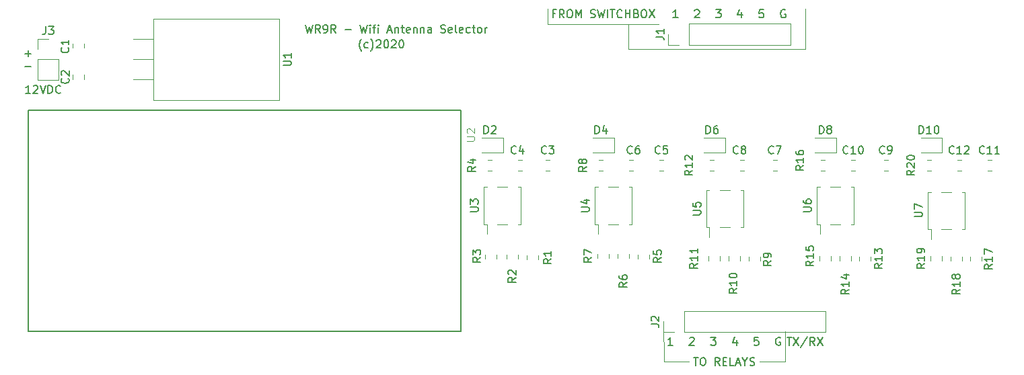
<source format=gbr>
G04 #@! TF.GenerationSoftware,KiCad,Pcbnew,(5.1.5)-3*
G04 #@! TF.CreationDate,2020-08-13T10:07:37-04:00*
G04 #@! TF.ProjectId,WifiAntSwitch,57696669-416e-4745-9377-697463682e6b,A*
G04 #@! TF.SameCoordinates,Original*
G04 #@! TF.FileFunction,Legend,Top*
G04 #@! TF.FilePolarity,Positive*
%FSLAX46Y46*%
G04 Gerber Fmt 4.6, Leading zero omitted, Abs format (unit mm)*
G04 Created by KiCad (PCBNEW (5.1.5)-3) date 2020-08-13 10:07:37*
%MOMM*%
%LPD*%
G04 APERTURE LIST*
%ADD10C,0.150000*%
%ADD11C,0.120000*%
%ADD12C,0.127000*%
%ADD13C,0.015000*%
G04 APERTURE END LIST*
D10*
X84105952Y-91257380D02*
X83534523Y-91257380D01*
X83820238Y-91257380D02*
X83820238Y-90257380D01*
X83725000Y-90400238D01*
X83629761Y-90495476D01*
X83534523Y-90543095D01*
X84486904Y-90352619D02*
X84534523Y-90305000D01*
X84629761Y-90257380D01*
X84867857Y-90257380D01*
X84963095Y-90305000D01*
X85010714Y-90352619D01*
X85058333Y-90447857D01*
X85058333Y-90543095D01*
X85010714Y-90685952D01*
X84439285Y-91257380D01*
X85058333Y-91257380D01*
X85344047Y-90257380D02*
X85677380Y-91257380D01*
X86010714Y-90257380D01*
X86344047Y-91257380D02*
X86344047Y-90257380D01*
X86582142Y-90257380D01*
X86725000Y-90305000D01*
X86820238Y-90400238D01*
X86867857Y-90495476D01*
X86915476Y-90685952D01*
X86915476Y-90828809D01*
X86867857Y-91019285D01*
X86820238Y-91114523D01*
X86725000Y-91209761D01*
X86582142Y-91257380D01*
X86344047Y-91257380D01*
X87915476Y-91162142D02*
X87867857Y-91209761D01*
X87725000Y-91257380D01*
X87629761Y-91257380D01*
X87486904Y-91209761D01*
X87391666Y-91114523D01*
X87344047Y-91019285D01*
X87296428Y-90828809D01*
X87296428Y-90685952D01*
X87344047Y-90495476D01*
X87391666Y-90400238D01*
X87486904Y-90305000D01*
X87629761Y-90257380D01*
X87725000Y-90257380D01*
X87867857Y-90305000D01*
X87915476Y-90352619D01*
X83439047Y-86241428D02*
X84200952Y-86241428D01*
X83820000Y-86622380D02*
X83820000Y-85860476D01*
X83439047Y-87891428D02*
X84200952Y-87891428D01*
D11*
X149225000Y-82550000D02*
X149225000Y-80645000D01*
X150495000Y-82550000D02*
X149225000Y-82550000D01*
X150495000Y-82550000D02*
X163195000Y-82550000D01*
X181610000Y-85725000D02*
X181610000Y-80645000D01*
X159385000Y-85725000D02*
X181610000Y-85725000D01*
X159385000Y-82550000D02*
X159385000Y-85725000D01*
D10*
X150186190Y-81208571D02*
X149852857Y-81208571D01*
X149852857Y-81732380D02*
X149852857Y-80732380D01*
X150329047Y-80732380D01*
X151281428Y-81732380D02*
X150948095Y-81256190D01*
X150710000Y-81732380D02*
X150710000Y-80732380D01*
X151090952Y-80732380D01*
X151186190Y-80780000D01*
X151233809Y-80827619D01*
X151281428Y-80922857D01*
X151281428Y-81065714D01*
X151233809Y-81160952D01*
X151186190Y-81208571D01*
X151090952Y-81256190D01*
X150710000Y-81256190D01*
X151900476Y-80732380D02*
X152090952Y-80732380D01*
X152186190Y-80780000D01*
X152281428Y-80875238D01*
X152329047Y-81065714D01*
X152329047Y-81399047D01*
X152281428Y-81589523D01*
X152186190Y-81684761D01*
X152090952Y-81732380D01*
X151900476Y-81732380D01*
X151805238Y-81684761D01*
X151710000Y-81589523D01*
X151662380Y-81399047D01*
X151662380Y-81065714D01*
X151710000Y-80875238D01*
X151805238Y-80780000D01*
X151900476Y-80732380D01*
X152757619Y-81732380D02*
X152757619Y-80732380D01*
X153090952Y-81446666D01*
X153424285Y-80732380D01*
X153424285Y-81732380D01*
X154614761Y-81684761D02*
X154757619Y-81732380D01*
X154995714Y-81732380D01*
X155090952Y-81684761D01*
X155138571Y-81637142D01*
X155186190Y-81541904D01*
X155186190Y-81446666D01*
X155138571Y-81351428D01*
X155090952Y-81303809D01*
X154995714Y-81256190D01*
X154805238Y-81208571D01*
X154710000Y-81160952D01*
X154662380Y-81113333D01*
X154614761Y-81018095D01*
X154614761Y-80922857D01*
X154662380Y-80827619D01*
X154710000Y-80780000D01*
X154805238Y-80732380D01*
X155043333Y-80732380D01*
X155186190Y-80780000D01*
X155519523Y-80732380D02*
X155757619Y-81732380D01*
X155948095Y-81018095D01*
X156138571Y-81732380D01*
X156376666Y-80732380D01*
X156757619Y-81732380D02*
X156757619Y-80732380D01*
X157090952Y-80732380D02*
X157662380Y-80732380D01*
X157376666Y-81732380D02*
X157376666Y-80732380D01*
X158567142Y-81637142D02*
X158519523Y-81684761D01*
X158376666Y-81732380D01*
X158281428Y-81732380D01*
X158138571Y-81684761D01*
X158043333Y-81589523D01*
X157995714Y-81494285D01*
X157948095Y-81303809D01*
X157948095Y-81160952D01*
X157995714Y-80970476D01*
X158043333Y-80875238D01*
X158138571Y-80780000D01*
X158281428Y-80732380D01*
X158376666Y-80732380D01*
X158519523Y-80780000D01*
X158567142Y-80827619D01*
X158995714Y-81732380D02*
X158995714Y-80732380D01*
X158995714Y-81208571D02*
X159567142Y-81208571D01*
X159567142Y-81732380D02*
X159567142Y-80732380D01*
X160376666Y-81208571D02*
X160519523Y-81256190D01*
X160567142Y-81303809D01*
X160614761Y-81399047D01*
X160614761Y-81541904D01*
X160567142Y-81637142D01*
X160519523Y-81684761D01*
X160424285Y-81732380D01*
X160043333Y-81732380D01*
X160043333Y-80732380D01*
X160376666Y-80732380D01*
X160471904Y-80780000D01*
X160519523Y-80827619D01*
X160567142Y-80922857D01*
X160567142Y-81018095D01*
X160519523Y-81113333D01*
X160471904Y-81160952D01*
X160376666Y-81208571D01*
X160043333Y-81208571D01*
X161233809Y-80732380D02*
X161424285Y-80732380D01*
X161519523Y-80780000D01*
X161614761Y-80875238D01*
X161662380Y-81065714D01*
X161662380Y-81399047D01*
X161614761Y-81589523D01*
X161519523Y-81684761D01*
X161424285Y-81732380D01*
X161233809Y-81732380D01*
X161138571Y-81684761D01*
X161043333Y-81589523D01*
X160995714Y-81399047D01*
X160995714Y-81065714D01*
X161043333Y-80875238D01*
X161138571Y-80780000D01*
X161233809Y-80732380D01*
X161995714Y-80732380D02*
X162662380Y-81732380D01*
X162662380Y-80732380D02*
X161995714Y-81732380D01*
D11*
X163830000Y-123825000D02*
X163770000Y-121345000D01*
X179070000Y-125095000D02*
X179070000Y-121285000D01*
X175895000Y-125095000D02*
X179070000Y-125095000D01*
X163830000Y-125095000D02*
X167005000Y-125095000D01*
X163830000Y-123825000D02*
X163830000Y-125095000D01*
D10*
X167569047Y-124547380D02*
X168140476Y-124547380D01*
X167854761Y-125547380D02*
X167854761Y-124547380D01*
X168664285Y-124547380D02*
X168854761Y-124547380D01*
X168950000Y-124595000D01*
X169045238Y-124690238D01*
X169092857Y-124880714D01*
X169092857Y-125214047D01*
X169045238Y-125404523D01*
X168950000Y-125499761D01*
X168854761Y-125547380D01*
X168664285Y-125547380D01*
X168569047Y-125499761D01*
X168473809Y-125404523D01*
X168426190Y-125214047D01*
X168426190Y-124880714D01*
X168473809Y-124690238D01*
X168569047Y-124595000D01*
X168664285Y-124547380D01*
X170854761Y-125547380D02*
X170521428Y-125071190D01*
X170283333Y-125547380D02*
X170283333Y-124547380D01*
X170664285Y-124547380D01*
X170759523Y-124595000D01*
X170807142Y-124642619D01*
X170854761Y-124737857D01*
X170854761Y-124880714D01*
X170807142Y-124975952D01*
X170759523Y-125023571D01*
X170664285Y-125071190D01*
X170283333Y-125071190D01*
X171283333Y-125023571D02*
X171616666Y-125023571D01*
X171759523Y-125547380D02*
X171283333Y-125547380D01*
X171283333Y-124547380D01*
X171759523Y-124547380D01*
X172664285Y-125547380D02*
X172188095Y-125547380D01*
X172188095Y-124547380D01*
X172950000Y-125261666D02*
X173426190Y-125261666D01*
X172854761Y-125547380D02*
X173188095Y-124547380D01*
X173521428Y-125547380D01*
X174045238Y-125071190D02*
X174045238Y-125547380D01*
X173711904Y-124547380D02*
X174045238Y-125071190D01*
X174378571Y-124547380D01*
X174664285Y-125499761D02*
X174807142Y-125547380D01*
X175045238Y-125547380D01*
X175140476Y-125499761D01*
X175188095Y-125452142D01*
X175235714Y-125356904D01*
X175235714Y-125261666D01*
X175188095Y-125166428D01*
X175140476Y-125118809D01*
X175045238Y-125071190D01*
X174854761Y-125023571D01*
X174759523Y-124975952D01*
X174711904Y-124928333D01*
X174664285Y-124833095D01*
X174664285Y-124737857D01*
X174711904Y-124642619D01*
X174759523Y-124595000D01*
X174854761Y-124547380D01*
X175092857Y-124547380D01*
X175235714Y-124595000D01*
X179348095Y-122007380D02*
X179919523Y-122007380D01*
X179633809Y-123007380D02*
X179633809Y-122007380D01*
X180157619Y-122007380D02*
X180824285Y-123007380D01*
X180824285Y-122007380D02*
X180157619Y-123007380D01*
X181919523Y-121959761D02*
X181062380Y-123245476D01*
X182824285Y-123007380D02*
X182490952Y-122531190D01*
X182252857Y-123007380D02*
X182252857Y-122007380D01*
X182633809Y-122007380D01*
X182729047Y-122055000D01*
X182776666Y-122102619D01*
X182824285Y-122197857D01*
X182824285Y-122340714D01*
X182776666Y-122435952D01*
X182729047Y-122483571D01*
X182633809Y-122531190D01*
X182252857Y-122531190D01*
X183157619Y-122007380D02*
X183824285Y-123007380D01*
X183824285Y-122007380D02*
X183157619Y-123007380D01*
X164974814Y-123007380D02*
X164350700Y-123007380D01*
X164662757Y-123007380D02*
X164662757Y-122007380D01*
X164558738Y-122150238D01*
X164454719Y-122245476D01*
X164350700Y-122293095D01*
X167055195Y-122102619D02*
X167107204Y-122055000D01*
X167211223Y-122007380D01*
X167471271Y-122007380D01*
X167575290Y-122055000D01*
X167627300Y-122102619D01*
X167679309Y-122197857D01*
X167679309Y-122293095D01*
X167627300Y-122435952D01*
X167003185Y-123007380D01*
X167679309Y-123007380D01*
X169707680Y-122007380D02*
X170383804Y-122007380D01*
X170019738Y-122388333D01*
X170175766Y-122388333D01*
X170279785Y-122435952D01*
X170331795Y-122483571D01*
X170383804Y-122578809D01*
X170383804Y-122816904D01*
X170331795Y-122912142D01*
X170279785Y-122959761D01*
X170175766Y-123007380D01*
X169863709Y-123007380D01*
X169759690Y-122959761D01*
X169707680Y-122912142D01*
X172984280Y-122340714D02*
X172984280Y-123007380D01*
X172724233Y-121959761D02*
X172464185Y-122674047D01*
X173140309Y-122674047D01*
X175740785Y-122007380D02*
X175220690Y-122007380D01*
X175168680Y-122483571D01*
X175220690Y-122435952D01*
X175324709Y-122388333D01*
X175584757Y-122388333D01*
X175688776Y-122435952D01*
X175740785Y-122483571D01*
X175792795Y-122578809D01*
X175792795Y-122816904D01*
X175740785Y-122912142D01*
X175688776Y-122959761D01*
X175584757Y-123007380D01*
X175324709Y-123007380D01*
X175220690Y-122959761D01*
X175168680Y-122912142D01*
X178497290Y-122055000D02*
X178393271Y-122007380D01*
X178237242Y-122007380D01*
X178081214Y-122055000D01*
X177977195Y-122150238D01*
X177925185Y-122245476D01*
X177873176Y-122435952D01*
X177873176Y-122578809D01*
X177925185Y-122769285D01*
X177977195Y-122864523D01*
X178081214Y-122959761D01*
X178237242Y-123007380D01*
X178341261Y-123007380D01*
X178497290Y-122959761D01*
X178549300Y-122912142D01*
X178549300Y-122578809D01*
X178341261Y-122578809D01*
X165609814Y-81732380D02*
X164985700Y-81732380D01*
X165297757Y-81732380D02*
X165297757Y-80732380D01*
X165193738Y-80875238D01*
X165089719Y-80970476D01*
X164985700Y-81018095D01*
X167690195Y-80827619D02*
X167742204Y-80780000D01*
X167846223Y-80732380D01*
X168106271Y-80732380D01*
X168210290Y-80780000D01*
X168262300Y-80827619D01*
X168314309Y-80922857D01*
X168314309Y-81018095D01*
X168262300Y-81160952D01*
X167638185Y-81732380D01*
X168314309Y-81732380D01*
X170342680Y-80732380D02*
X171018804Y-80732380D01*
X170654738Y-81113333D01*
X170810766Y-81113333D01*
X170914785Y-81160952D01*
X170966795Y-81208571D01*
X171018804Y-81303809D01*
X171018804Y-81541904D01*
X170966795Y-81637142D01*
X170914785Y-81684761D01*
X170810766Y-81732380D01*
X170498709Y-81732380D01*
X170394690Y-81684761D01*
X170342680Y-81637142D01*
X173619280Y-81065714D02*
X173619280Y-81732380D01*
X173359233Y-80684761D02*
X173099185Y-81399047D01*
X173775309Y-81399047D01*
X176375785Y-80732380D02*
X175855690Y-80732380D01*
X175803680Y-81208571D01*
X175855690Y-81160952D01*
X175959709Y-81113333D01*
X176219757Y-81113333D01*
X176323776Y-81160952D01*
X176375785Y-81208571D01*
X176427795Y-81303809D01*
X176427795Y-81541904D01*
X176375785Y-81637142D01*
X176323776Y-81684761D01*
X176219757Y-81732380D01*
X175959709Y-81732380D01*
X175855690Y-81684761D01*
X175803680Y-81637142D01*
X179132290Y-80780000D02*
X179028271Y-80732380D01*
X178872242Y-80732380D01*
X178716214Y-80780000D01*
X178612195Y-80875238D01*
X178560185Y-80970476D01*
X178508176Y-81160952D01*
X178508176Y-81303809D01*
X178560185Y-81494285D01*
X178612195Y-81589523D01*
X178716214Y-81684761D01*
X178872242Y-81732380D01*
X178976261Y-81732380D01*
X179132290Y-81684761D01*
X179184300Y-81637142D01*
X179184300Y-81303809D01*
X178976261Y-81303809D01*
X125793809Y-85923333D02*
X125746190Y-85875714D01*
X125650952Y-85732857D01*
X125603333Y-85637619D01*
X125555714Y-85494761D01*
X125508095Y-85256666D01*
X125508095Y-85066190D01*
X125555714Y-84828095D01*
X125603333Y-84685238D01*
X125650952Y-84590000D01*
X125746190Y-84447142D01*
X125793809Y-84399523D01*
X126603333Y-85494761D02*
X126508095Y-85542380D01*
X126317619Y-85542380D01*
X126222380Y-85494761D01*
X126174761Y-85447142D01*
X126127142Y-85351904D01*
X126127142Y-85066190D01*
X126174761Y-84970952D01*
X126222380Y-84923333D01*
X126317619Y-84875714D01*
X126508095Y-84875714D01*
X126603333Y-84923333D01*
X126936666Y-85923333D02*
X126984285Y-85875714D01*
X127079523Y-85732857D01*
X127127142Y-85637619D01*
X127174761Y-85494761D01*
X127222380Y-85256666D01*
X127222380Y-85066190D01*
X127174761Y-84828095D01*
X127127142Y-84685238D01*
X127079523Y-84590000D01*
X126984285Y-84447142D01*
X126936666Y-84399523D01*
X127650952Y-84637619D02*
X127698571Y-84590000D01*
X127793809Y-84542380D01*
X128031904Y-84542380D01*
X128127142Y-84590000D01*
X128174761Y-84637619D01*
X128222380Y-84732857D01*
X128222380Y-84828095D01*
X128174761Y-84970952D01*
X127603333Y-85542380D01*
X128222380Y-85542380D01*
X128841428Y-84542380D02*
X128936666Y-84542380D01*
X129031904Y-84590000D01*
X129079523Y-84637619D01*
X129127142Y-84732857D01*
X129174761Y-84923333D01*
X129174761Y-85161428D01*
X129127142Y-85351904D01*
X129079523Y-85447142D01*
X129031904Y-85494761D01*
X128936666Y-85542380D01*
X128841428Y-85542380D01*
X128746190Y-85494761D01*
X128698571Y-85447142D01*
X128650952Y-85351904D01*
X128603333Y-85161428D01*
X128603333Y-84923333D01*
X128650952Y-84732857D01*
X128698571Y-84637619D01*
X128746190Y-84590000D01*
X128841428Y-84542380D01*
X129555714Y-84637619D02*
X129603333Y-84590000D01*
X129698571Y-84542380D01*
X129936666Y-84542380D01*
X130031904Y-84590000D01*
X130079523Y-84637619D01*
X130127142Y-84732857D01*
X130127142Y-84828095D01*
X130079523Y-84970952D01*
X129508095Y-85542380D01*
X130127142Y-85542380D01*
X130746190Y-84542380D02*
X130841428Y-84542380D01*
X130936666Y-84590000D01*
X130984285Y-84637619D01*
X131031904Y-84732857D01*
X131079523Y-84923333D01*
X131079523Y-85161428D01*
X131031904Y-85351904D01*
X130984285Y-85447142D01*
X130936666Y-85494761D01*
X130841428Y-85542380D01*
X130746190Y-85542380D01*
X130650952Y-85494761D01*
X130603333Y-85447142D01*
X130555714Y-85351904D01*
X130508095Y-85161428D01*
X130508095Y-84923333D01*
X130555714Y-84732857D01*
X130603333Y-84637619D01*
X130650952Y-84590000D01*
X130746190Y-84542380D01*
X118770238Y-82637380D02*
X119008333Y-83637380D01*
X119198809Y-82923095D01*
X119389285Y-83637380D01*
X119627380Y-82637380D01*
X120579761Y-83637380D02*
X120246428Y-83161190D01*
X120008333Y-83637380D02*
X120008333Y-82637380D01*
X120389285Y-82637380D01*
X120484523Y-82685000D01*
X120532142Y-82732619D01*
X120579761Y-82827857D01*
X120579761Y-82970714D01*
X120532142Y-83065952D01*
X120484523Y-83113571D01*
X120389285Y-83161190D01*
X120008333Y-83161190D01*
X121055952Y-83637380D02*
X121246428Y-83637380D01*
X121341666Y-83589761D01*
X121389285Y-83542142D01*
X121484523Y-83399285D01*
X121532142Y-83208809D01*
X121532142Y-82827857D01*
X121484523Y-82732619D01*
X121436904Y-82685000D01*
X121341666Y-82637380D01*
X121151190Y-82637380D01*
X121055952Y-82685000D01*
X121008333Y-82732619D01*
X120960714Y-82827857D01*
X120960714Y-83065952D01*
X121008333Y-83161190D01*
X121055952Y-83208809D01*
X121151190Y-83256428D01*
X121341666Y-83256428D01*
X121436904Y-83208809D01*
X121484523Y-83161190D01*
X121532142Y-83065952D01*
X122532142Y-83637380D02*
X122198809Y-83161190D01*
X121960714Y-83637380D02*
X121960714Y-82637380D01*
X122341666Y-82637380D01*
X122436904Y-82685000D01*
X122484523Y-82732619D01*
X122532142Y-82827857D01*
X122532142Y-82970714D01*
X122484523Y-83065952D01*
X122436904Y-83113571D01*
X122341666Y-83161190D01*
X121960714Y-83161190D01*
X123722619Y-83256428D02*
X124484523Y-83256428D01*
X125627380Y-82637380D02*
X125865476Y-83637380D01*
X126055952Y-82923095D01*
X126246428Y-83637380D01*
X126484523Y-82637380D01*
X126865476Y-83637380D02*
X126865476Y-82970714D01*
X126865476Y-82637380D02*
X126817857Y-82685000D01*
X126865476Y-82732619D01*
X126913095Y-82685000D01*
X126865476Y-82637380D01*
X126865476Y-82732619D01*
X127198809Y-82970714D02*
X127579761Y-82970714D01*
X127341666Y-83637380D02*
X127341666Y-82780238D01*
X127389285Y-82685000D01*
X127484523Y-82637380D01*
X127579761Y-82637380D01*
X127913095Y-83637380D02*
X127913095Y-82970714D01*
X127913095Y-82637380D02*
X127865476Y-82685000D01*
X127913095Y-82732619D01*
X127960714Y-82685000D01*
X127913095Y-82637380D01*
X127913095Y-82732619D01*
X129103571Y-83351666D02*
X129579761Y-83351666D01*
X129008333Y-83637380D02*
X129341666Y-82637380D01*
X129675000Y-83637380D01*
X130008333Y-82970714D02*
X130008333Y-83637380D01*
X130008333Y-83065952D02*
X130055952Y-83018333D01*
X130151190Y-82970714D01*
X130294047Y-82970714D01*
X130389285Y-83018333D01*
X130436904Y-83113571D01*
X130436904Y-83637380D01*
X130770238Y-82970714D02*
X131151190Y-82970714D01*
X130913095Y-82637380D02*
X130913095Y-83494523D01*
X130960714Y-83589761D01*
X131055952Y-83637380D01*
X131151190Y-83637380D01*
X131865476Y-83589761D02*
X131770238Y-83637380D01*
X131579761Y-83637380D01*
X131484523Y-83589761D01*
X131436904Y-83494523D01*
X131436904Y-83113571D01*
X131484523Y-83018333D01*
X131579761Y-82970714D01*
X131770238Y-82970714D01*
X131865476Y-83018333D01*
X131913095Y-83113571D01*
X131913095Y-83208809D01*
X131436904Y-83304047D01*
X132341666Y-82970714D02*
X132341666Y-83637380D01*
X132341666Y-83065952D02*
X132389285Y-83018333D01*
X132484523Y-82970714D01*
X132627380Y-82970714D01*
X132722619Y-83018333D01*
X132770238Y-83113571D01*
X132770238Y-83637380D01*
X133246428Y-82970714D02*
X133246428Y-83637380D01*
X133246428Y-83065952D02*
X133294047Y-83018333D01*
X133389285Y-82970714D01*
X133532142Y-82970714D01*
X133627380Y-83018333D01*
X133675000Y-83113571D01*
X133675000Y-83637380D01*
X134579761Y-83637380D02*
X134579761Y-83113571D01*
X134532142Y-83018333D01*
X134436904Y-82970714D01*
X134246428Y-82970714D01*
X134151190Y-83018333D01*
X134579761Y-83589761D02*
X134484523Y-83637380D01*
X134246428Y-83637380D01*
X134151190Y-83589761D01*
X134103571Y-83494523D01*
X134103571Y-83399285D01*
X134151190Y-83304047D01*
X134246428Y-83256428D01*
X134484523Y-83256428D01*
X134579761Y-83208809D01*
X135770238Y-83589761D02*
X135913095Y-83637380D01*
X136151190Y-83637380D01*
X136246428Y-83589761D01*
X136294047Y-83542142D01*
X136341666Y-83446904D01*
X136341666Y-83351666D01*
X136294047Y-83256428D01*
X136246428Y-83208809D01*
X136151190Y-83161190D01*
X135960714Y-83113571D01*
X135865476Y-83065952D01*
X135817857Y-83018333D01*
X135770238Y-82923095D01*
X135770238Y-82827857D01*
X135817857Y-82732619D01*
X135865476Y-82685000D01*
X135960714Y-82637380D01*
X136198809Y-82637380D01*
X136341666Y-82685000D01*
X137151190Y-83589761D02*
X137055952Y-83637380D01*
X136865476Y-83637380D01*
X136770238Y-83589761D01*
X136722619Y-83494523D01*
X136722619Y-83113571D01*
X136770238Y-83018333D01*
X136865476Y-82970714D01*
X137055952Y-82970714D01*
X137151190Y-83018333D01*
X137198809Y-83113571D01*
X137198809Y-83208809D01*
X136722619Y-83304047D01*
X137770238Y-83637380D02*
X137675000Y-83589761D01*
X137627380Y-83494523D01*
X137627380Y-82637380D01*
X138532142Y-83589761D02*
X138436904Y-83637380D01*
X138246428Y-83637380D01*
X138151190Y-83589761D01*
X138103571Y-83494523D01*
X138103571Y-83113571D01*
X138151190Y-83018333D01*
X138246428Y-82970714D01*
X138436904Y-82970714D01*
X138532142Y-83018333D01*
X138579761Y-83113571D01*
X138579761Y-83208809D01*
X138103571Y-83304047D01*
X139436904Y-83589761D02*
X139341666Y-83637380D01*
X139151190Y-83637380D01*
X139055952Y-83589761D01*
X139008333Y-83542142D01*
X138960714Y-83446904D01*
X138960714Y-83161190D01*
X139008333Y-83065952D01*
X139055952Y-83018333D01*
X139151190Y-82970714D01*
X139341666Y-82970714D01*
X139436904Y-83018333D01*
X139722619Y-82970714D02*
X140103571Y-82970714D01*
X139865476Y-82637380D02*
X139865476Y-83494523D01*
X139913095Y-83589761D01*
X140008333Y-83637380D01*
X140103571Y-83637380D01*
X140579761Y-83637380D02*
X140484523Y-83589761D01*
X140436904Y-83542142D01*
X140389285Y-83446904D01*
X140389285Y-83161190D01*
X140436904Y-83065952D01*
X140484523Y-83018333D01*
X140579761Y-82970714D01*
X140722619Y-82970714D01*
X140817857Y-83018333D01*
X140865476Y-83065952D01*
X140913095Y-83161190D01*
X140913095Y-83446904D01*
X140865476Y-83542142D01*
X140817857Y-83589761D01*
X140722619Y-83637380D01*
X140579761Y-83637380D01*
X141341666Y-83637380D02*
X141341666Y-82970714D01*
X141341666Y-83161190D02*
X141389285Y-83065952D01*
X141436904Y-83018333D01*
X141532142Y-82970714D01*
X141627380Y-82970714D01*
D12*
X83875000Y-121265000D02*
X83875000Y-93365000D01*
X138275000Y-121265000D02*
X83875000Y-121265000D01*
X138275000Y-93365000D02*
X138275000Y-121265000D01*
X83875000Y-93365000D02*
X138275000Y-93365000D01*
D11*
X85030000Y-84395000D02*
X86360000Y-84395000D01*
X85030000Y-85725000D02*
X85030000Y-84395000D01*
X85030000Y-86995000D02*
X87690000Y-86995000D01*
X87690000Y-86995000D02*
X87690000Y-89595000D01*
X85030000Y-86995000D02*
X85030000Y-89595000D01*
X85030000Y-89595000D02*
X87690000Y-89595000D01*
X99575000Y-89535000D02*
X97035000Y-89535000D01*
X99575000Y-86995000D02*
X97035000Y-86995000D01*
X99575000Y-84455000D02*
X97035000Y-84455000D01*
X115465000Y-92115000D02*
X99575000Y-92115000D01*
X115465000Y-81875000D02*
X99575000Y-81875000D01*
X115465000Y-81875000D02*
X115465000Y-92115000D01*
X99575000Y-81875000D02*
X99575000Y-92115000D01*
X200010000Y-103695000D02*
X198770000Y-103695000D01*
X200010000Y-108395000D02*
X198770000Y-108395000D01*
X197440000Y-108395000D02*
X197090000Y-108395000D01*
X197090000Y-108395000D02*
X197090000Y-103695000D01*
X197090000Y-103695000D02*
X197440000Y-103695000D01*
X197440000Y-108395000D02*
X197440000Y-109645000D01*
X201340000Y-108395000D02*
X201690000Y-108395000D01*
X201690000Y-108395000D02*
X201690000Y-103695000D01*
X201690000Y-103695000D02*
X201340000Y-103695000D01*
X186040000Y-103060000D02*
X184800000Y-103060000D01*
X186040000Y-107760000D02*
X184800000Y-107760000D01*
X183470000Y-107760000D02*
X183120000Y-107760000D01*
X183120000Y-107760000D02*
X183120000Y-103060000D01*
X183120000Y-103060000D02*
X183470000Y-103060000D01*
X183470000Y-107760000D02*
X183470000Y-109010000D01*
X187370000Y-107760000D02*
X187720000Y-107760000D01*
X187720000Y-107760000D02*
X187720000Y-103060000D01*
X187720000Y-103060000D02*
X187370000Y-103060000D01*
X172145000Y-103445000D02*
X170905000Y-103445000D01*
X172145000Y-108145000D02*
X170905000Y-108145000D01*
X169575000Y-108145000D02*
X169225000Y-108145000D01*
X169225000Y-108145000D02*
X169225000Y-103445000D01*
X169225000Y-103445000D02*
X169575000Y-103445000D01*
X169575000Y-108145000D02*
X169575000Y-109395000D01*
X173475000Y-108145000D02*
X173825000Y-108145000D01*
X173825000Y-108145000D02*
X173825000Y-103445000D01*
X173825000Y-103445000D02*
X173475000Y-103445000D01*
X158100000Y-103060000D02*
X156860000Y-103060000D01*
X158100000Y-107760000D02*
X156860000Y-107760000D01*
X155530000Y-107760000D02*
X155180000Y-107760000D01*
X155180000Y-107760000D02*
X155180000Y-103060000D01*
X155180000Y-103060000D02*
X155530000Y-103060000D01*
X155530000Y-107760000D02*
X155530000Y-109010000D01*
X159430000Y-107760000D02*
X159780000Y-107760000D01*
X159780000Y-107760000D02*
X159780000Y-103060000D01*
X159780000Y-103060000D02*
X159430000Y-103060000D01*
X144130000Y-103060000D02*
X142890000Y-103060000D01*
X144130000Y-107760000D02*
X142890000Y-107760000D01*
X141560000Y-107760000D02*
X141210000Y-107760000D01*
X141210000Y-107760000D02*
X141210000Y-103060000D01*
X141210000Y-103060000D02*
X141560000Y-103060000D01*
X141560000Y-107760000D02*
X141560000Y-109010000D01*
X145460000Y-107760000D02*
X145810000Y-107760000D01*
X145810000Y-107760000D02*
X145810000Y-103060000D01*
X145810000Y-103060000D02*
X145460000Y-103060000D01*
X197441078Y-99620000D02*
X196923922Y-99620000D01*
X197441078Y-101040000D02*
X196923922Y-101040000D01*
X197410000Y-111803922D02*
X197410000Y-112321078D01*
X198830000Y-111803922D02*
X198830000Y-112321078D01*
X201370000Y-112351078D02*
X201370000Y-111833922D01*
X199950000Y-112351078D02*
X199950000Y-111833922D01*
X203783000Y-112351078D02*
X203783000Y-111833922D01*
X202363000Y-112351078D02*
X202363000Y-111833922D01*
X184076078Y-99620000D02*
X183558922Y-99620000D01*
X184076078Y-101040000D02*
X183558922Y-101040000D01*
X183440000Y-111803922D02*
X183440000Y-112321078D01*
X184860000Y-111803922D02*
X184860000Y-112321078D01*
X187400000Y-112321078D02*
X187400000Y-111803922D01*
X185980000Y-112321078D02*
X185980000Y-111803922D01*
X189813000Y-112351078D02*
X189813000Y-111833922D01*
X188393000Y-112351078D02*
X188393000Y-111833922D01*
X170106078Y-99620000D02*
X169588922Y-99620000D01*
X170106078Y-101040000D02*
X169588922Y-101040000D01*
X169470000Y-111803922D02*
X169470000Y-112321078D01*
X170890000Y-111803922D02*
X170890000Y-112321078D01*
X173430000Y-112321078D02*
X173430000Y-111803922D01*
X172010000Y-112321078D02*
X172010000Y-111803922D01*
X175970000Y-112351078D02*
X175970000Y-111833922D01*
X174550000Y-112351078D02*
X174550000Y-111833922D01*
X156166078Y-99620000D02*
X155648922Y-99620000D01*
X156166078Y-101040000D02*
X155648922Y-101040000D01*
X155500000Y-111501422D02*
X155500000Y-112018578D01*
X156920000Y-111501422D02*
X156920000Y-112018578D01*
X159460000Y-112018578D02*
X159460000Y-111501422D01*
X158040000Y-112018578D02*
X158040000Y-111501422D01*
X162000000Y-112097078D02*
X162000000Y-111579922D01*
X160580000Y-112097078D02*
X160580000Y-111579922D01*
X142196078Y-99620000D02*
X141678922Y-99620000D01*
X142196078Y-101040000D02*
X141678922Y-101040000D01*
X141375000Y-111586422D02*
X141375000Y-112103578D01*
X142795000Y-111586422D02*
X142795000Y-112103578D01*
X145490000Y-112103578D02*
X145490000Y-111586422D01*
X144070000Y-112103578D02*
X144070000Y-111586422D01*
X148030000Y-112194078D02*
X148030000Y-111676922D01*
X146610000Y-112194078D02*
X146610000Y-111676922D01*
X163770000Y-121345000D02*
X163770000Y-120015000D01*
X165100000Y-121345000D02*
X163770000Y-121345000D01*
X166370000Y-121345000D02*
X166370000Y-118685000D01*
X166370000Y-118685000D02*
X184210000Y-118685000D01*
X166370000Y-121345000D02*
X184210000Y-121345000D01*
X184210000Y-121345000D02*
X184210000Y-118685000D01*
X164405000Y-85150000D02*
X164405000Y-83820000D01*
X165735000Y-85150000D02*
X164405000Y-85150000D01*
X167005000Y-85150000D02*
X167005000Y-82490000D01*
X167005000Y-82490000D02*
X179765000Y-82490000D01*
X167005000Y-85150000D02*
X179765000Y-85150000D01*
X179765000Y-85150000D02*
X179765000Y-82490000D01*
X198867500Y-96830000D02*
X196182500Y-96830000D01*
X198867500Y-98750000D02*
X198867500Y-96830000D01*
X196182500Y-98750000D02*
X198867500Y-98750000D01*
X185532500Y-96830000D02*
X182847500Y-96830000D01*
X185532500Y-98750000D02*
X185532500Y-96830000D01*
X182847500Y-98750000D02*
X185532500Y-98750000D01*
X171562500Y-96830000D02*
X168877500Y-96830000D01*
X171562500Y-98750000D02*
X171562500Y-96830000D01*
X168877500Y-98750000D02*
X171562500Y-98750000D01*
X157592500Y-96830000D02*
X154907500Y-96830000D01*
X157592500Y-98750000D02*
X157592500Y-96830000D01*
X154907500Y-98750000D02*
X157592500Y-98750000D01*
X143622500Y-96830000D02*
X140937500Y-96830000D01*
X143622500Y-98750000D02*
X143622500Y-96830000D01*
X140937500Y-98750000D02*
X143622500Y-98750000D01*
X201251078Y-99620000D02*
X200733922Y-99620000D01*
X201251078Y-101040000D02*
X200733922Y-101040000D01*
X205061078Y-99620000D02*
X204543922Y-99620000D01*
X205061078Y-101040000D02*
X204543922Y-101040000D01*
X187916078Y-99620000D02*
X187398922Y-99620000D01*
X187916078Y-101040000D02*
X187398922Y-101040000D01*
X192028578Y-99620000D02*
X191511422Y-99620000D01*
X192028578Y-101040000D02*
X191511422Y-101040000D01*
X173916078Y-99620000D02*
X173398922Y-99620000D01*
X173916078Y-101040000D02*
X173398922Y-101040000D01*
X178058578Y-99620000D02*
X177541422Y-99620000D01*
X178058578Y-101040000D02*
X177541422Y-101040000D01*
X159976078Y-99620000D02*
X159458922Y-99620000D01*
X159976078Y-101040000D02*
X159458922Y-101040000D01*
X163786078Y-99620000D02*
X163268922Y-99620000D01*
X163786078Y-101040000D02*
X163268922Y-101040000D01*
X145458922Y-101040000D02*
X145976078Y-101040000D01*
X145458922Y-99620000D02*
X145976078Y-99620000D01*
X149483578Y-99620000D02*
X148966422Y-99620000D01*
X149483578Y-101040000D02*
X148966422Y-101040000D01*
X90880000Y-89461078D02*
X90880000Y-88943922D01*
X89460000Y-89461078D02*
X89460000Y-88943922D01*
X89460000Y-85036922D02*
X89460000Y-85554078D01*
X90880000Y-85036922D02*
X90880000Y-85554078D01*
D13*
X139023214Y-97248023D02*
X139833050Y-97248023D01*
X139928325Y-97200386D01*
X139975963Y-97152749D01*
X140023600Y-97057474D01*
X140023600Y-96866924D01*
X139975963Y-96771649D01*
X139928325Y-96724012D01*
X139833050Y-96676374D01*
X139023214Y-96676374D01*
X139118489Y-96247637D02*
X139070852Y-96200000D01*
X139023214Y-96104725D01*
X139023214Y-95866538D01*
X139070852Y-95771263D01*
X139118489Y-95723626D01*
X139213764Y-95675988D01*
X139309039Y-95675988D01*
X139451951Y-95723626D01*
X140023600Y-96295275D01*
X140023600Y-95675988D01*
D10*
X86026666Y-82847380D02*
X86026666Y-83561666D01*
X85979047Y-83704523D01*
X85883809Y-83799761D01*
X85740952Y-83847380D01*
X85645714Y-83847380D01*
X86407619Y-82847380D02*
X87026666Y-82847380D01*
X86693333Y-83228333D01*
X86836190Y-83228333D01*
X86931428Y-83275952D01*
X86979047Y-83323571D01*
X87026666Y-83418809D01*
X87026666Y-83656904D01*
X86979047Y-83752142D01*
X86931428Y-83799761D01*
X86836190Y-83847380D01*
X86550476Y-83847380D01*
X86455238Y-83799761D01*
X86407619Y-83752142D01*
X115917380Y-87756904D02*
X116726904Y-87756904D01*
X116822142Y-87709285D01*
X116869761Y-87661666D01*
X116917380Y-87566428D01*
X116917380Y-87375952D01*
X116869761Y-87280714D01*
X116822142Y-87233095D01*
X116726904Y-87185476D01*
X115917380Y-87185476D01*
X116917380Y-86185476D02*
X116917380Y-86756904D01*
X116917380Y-86471190D02*
X115917380Y-86471190D01*
X116060238Y-86566428D01*
X116155476Y-86661666D01*
X116203095Y-86756904D01*
X195342380Y-106806904D02*
X196151904Y-106806904D01*
X196247142Y-106759285D01*
X196294761Y-106711666D01*
X196342380Y-106616428D01*
X196342380Y-106425952D01*
X196294761Y-106330714D01*
X196247142Y-106283095D01*
X196151904Y-106235476D01*
X195342380Y-106235476D01*
X195342380Y-105854523D02*
X195342380Y-105187857D01*
X196342380Y-105616428D01*
X181372380Y-106171904D02*
X182181904Y-106171904D01*
X182277142Y-106124285D01*
X182324761Y-106076666D01*
X182372380Y-105981428D01*
X182372380Y-105790952D01*
X182324761Y-105695714D01*
X182277142Y-105648095D01*
X182181904Y-105600476D01*
X181372380Y-105600476D01*
X181372380Y-104695714D02*
X181372380Y-104886190D01*
X181420000Y-104981428D01*
X181467619Y-105029047D01*
X181610476Y-105124285D01*
X181800952Y-105171904D01*
X182181904Y-105171904D01*
X182277142Y-105124285D01*
X182324761Y-105076666D01*
X182372380Y-104981428D01*
X182372380Y-104790952D01*
X182324761Y-104695714D01*
X182277142Y-104648095D01*
X182181904Y-104600476D01*
X181943809Y-104600476D01*
X181848571Y-104648095D01*
X181800952Y-104695714D01*
X181753333Y-104790952D01*
X181753333Y-104981428D01*
X181800952Y-105076666D01*
X181848571Y-105124285D01*
X181943809Y-105171904D01*
X167477380Y-106556904D02*
X168286904Y-106556904D01*
X168382142Y-106509285D01*
X168429761Y-106461666D01*
X168477380Y-106366428D01*
X168477380Y-106175952D01*
X168429761Y-106080714D01*
X168382142Y-106033095D01*
X168286904Y-105985476D01*
X167477380Y-105985476D01*
X167477380Y-105033095D02*
X167477380Y-105509285D01*
X167953571Y-105556904D01*
X167905952Y-105509285D01*
X167858333Y-105414047D01*
X167858333Y-105175952D01*
X167905952Y-105080714D01*
X167953571Y-105033095D01*
X168048809Y-104985476D01*
X168286904Y-104985476D01*
X168382142Y-105033095D01*
X168429761Y-105080714D01*
X168477380Y-105175952D01*
X168477380Y-105414047D01*
X168429761Y-105509285D01*
X168382142Y-105556904D01*
X153432380Y-106171904D02*
X154241904Y-106171904D01*
X154337142Y-106124285D01*
X154384761Y-106076666D01*
X154432380Y-105981428D01*
X154432380Y-105790952D01*
X154384761Y-105695714D01*
X154337142Y-105648095D01*
X154241904Y-105600476D01*
X153432380Y-105600476D01*
X153765714Y-104695714D02*
X154432380Y-104695714D01*
X153384761Y-104933809D02*
X154099047Y-105171904D01*
X154099047Y-104552857D01*
X139462380Y-106171904D02*
X140271904Y-106171904D01*
X140367142Y-106124285D01*
X140414761Y-106076666D01*
X140462380Y-105981428D01*
X140462380Y-105790952D01*
X140414761Y-105695714D01*
X140367142Y-105648095D01*
X140271904Y-105600476D01*
X139462380Y-105600476D01*
X139462380Y-105219523D02*
X139462380Y-104600476D01*
X139843333Y-104933809D01*
X139843333Y-104790952D01*
X139890952Y-104695714D01*
X139938571Y-104648095D01*
X140033809Y-104600476D01*
X140271904Y-104600476D01*
X140367142Y-104648095D01*
X140414761Y-104695714D01*
X140462380Y-104790952D01*
X140462380Y-105076666D01*
X140414761Y-105171904D01*
X140367142Y-105219523D01*
X195397380Y-100972857D02*
X194921190Y-101306190D01*
X195397380Y-101544285D02*
X194397380Y-101544285D01*
X194397380Y-101163333D01*
X194445000Y-101068095D01*
X194492619Y-101020476D01*
X194587857Y-100972857D01*
X194730714Y-100972857D01*
X194825952Y-101020476D01*
X194873571Y-101068095D01*
X194921190Y-101163333D01*
X194921190Y-101544285D01*
X194492619Y-100591904D02*
X194445000Y-100544285D01*
X194397380Y-100449047D01*
X194397380Y-100210952D01*
X194445000Y-100115714D01*
X194492619Y-100068095D01*
X194587857Y-100020476D01*
X194683095Y-100020476D01*
X194825952Y-100068095D01*
X195397380Y-100639523D01*
X195397380Y-100020476D01*
X194397380Y-99401428D02*
X194397380Y-99306190D01*
X194445000Y-99210952D01*
X194492619Y-99163333D01*
X194587857Y-99115714D01*
X194778333Y-99068095D01*
X195016428Y-99068095D01*
X195206904Y-99115714D01*
X195302142Y-99163333D01*
X195349761Y-99210952D01*
X195397380Y-99306190D01*
X195397380Y-99401428D01*
X195349761Y-99496666D01*
X195302142Y-99544285D01*
X195206904Y-99591904D01*
X195016428Y-99639523D01*
X194778333Y-99639523D01*
X194587857Y-99591904D01*
X194492619Y-99544285D01*
X194445000Y-99496666D01*
X194397380Y-99401428D01*
X196667380Y-112705357D02*
X196191190Y-113038690D01*
X196667380Y-113276785D02*
X195667380Y-113276785D01*
X195667380Y-112895833D01*
X195715000Y-112800595D01*
X195762619Y-112752976D01*
X195857857Y-112705357D01*
X196000714Y-112705357D01*
X196095952Y-112752976D01*
X196143571Y-112800595D01*
X196191190Y-112895833D01*
X196191190Y-113276785D01*
X196667380Y-111752976D02*
X196667380Y-112324404D01*
X196667380Y-112038690D02*
X195667380Y-112038690D01*
X195810238Y-112133928D01*
X195905476Y-112229166D01*
X195953095Y-112324404D01*
X196667380Y-111276785D02*
X196667380Y-111086309D01*
X196619761Y-110991071D01*
X196572142Y-110943452D01*
X196429285Y-110848214D01*
X196238809Y-110800595D01*
X195857857Y-110800595D01*
X195762619Y-110848214D01*
X195715000Y-110895833D01*
X195667380Y-110991071D01*
X195667380Y-111181547D01*
X195715000Y-111276785D01*
X195762619Y-111324404D01*
X195857857Y-111372023D01*
X196095952Y-111372023D01*
X196191190Y-111324404D01*
X196238809Y-111276785D01*
X196286428Y-111181547D01*
X196286428Y-110991071D01*
X196238809Y-110895833D01*
X196191190Y-110848214D01*
X196095952Y-110800595D01*
X201112380Y-115958857D02*
X200636190Y-116292190D01*
X201112380Y-116530285D02*
X200112380Y-116530285D01*
X200112380Y-116149333D01*
X200160000Y-116054095D01*
X200207619Y-116006476D01*
X200302857Y-115958857D01*
X200445714Y-115958857D01*
X200540952Y-116006476D01*
X200588571Y-116054095D01*
X200636190Y-116149333D01*
X200636190Y-116530285D01*
X201112380Y-115006476D02*
X201112380Y-115577904D01*
X201112380Y-115292190D02*
X200112380Y-115292190D01*
X200255238Y-115387428D01*
X200350476Y-115482666D01*
X200398095Y-115577904D01*
X200540952Y-114435047D02*
X200493333Y-114530285D01*
X200445714Y-114577904D01*
X200350476Y-114625523D01*
X200302857Y-114625523D01*
X200207619Y-114577904D01*
X200160000Y-114530285D01*
X200112380Y-114435047D01*
X200112380Y-114244571D01*
X200160000Y-114149333D01*
X200207619Y-114101714D01*
X200302857Y-114054095D01*
X200350476Y-114054095D01*
X200445714Y-114101714D01*
X200493333Y-114149333D01*
X200540952Y-114244571D01*
X200540952Y-114435047D01*
X200588571Y-114530285D01*
X200636190Y-114577904D01*
X200731428Y-114625523D01*
X200921904Y-114625523D01*
X201017142Y-114577904D01*
X201064761Y-114530285D01*
X201112380Y-114435047D01*
X201112380Y-114244571D01*
X201064761Y-114149333D01*
X201017142Y-114101714D01*
X200921904Y-114054095D01*
X200731428Y-114054095D01*
X200636190Y-114101714D01*
X200588571Y-114149333D01*
X200540952Y-114244571D01*
X205176380Y-112813857D02*
X204700190Y-113147190D01*
X205176380Y-113385285D02*
X204176380Y-113385285D01*
X204176380Y-113004333D01*
X204224000Y-112909095D01*
X204271619Y-112861476D01*
X204366857Y-112813857D01*
X204509714Y-112813857D01*
X204604952Y-112861476D01*
X204652571Y-112909095D01*
X204700190Y-113004333D01*
X204700190Y-113385285D01*
X205176380Y-111861476D02*
X205176380Y-112432904D01*
X205176380Y-112147190D02*
X204176380Y-112147190D01*
X204319238Y-112242428D01*
X204414476Y-112337666D01*
X204462095Y-112432904D01*
X204176380Y-111528142D02*
X204176380Y-110861476D01*
X205176380Y-111290047D01*
X181427380Y-100337857D02*
X180951190Y-100671190D01*
X181427380Y-100909285D02*
X180427380Y-100909285D01*
X180427380Y-100528333D01*
X180475000Y-100433095D01*
X180522619Y-100385476D01*
X180617857Y-100337857D01*
X180760714Y-100337857D01*
X180855952Y-100385476D01*
X180903571Y-100433095D01*
X180951190Y-100528333D01*
X180951190Y-100909285D01*
X181427380Y-99385476D02*
X181427380Y-99956904D01*
X181427380Y-99671190D02*
X180427380Y-99671190D01*
X180570238Y-99766428D01*
X180665476Y-99861666D01*
X180713095Y-99956904D01*
X180427380Y-98528333D02*
X180427380Y-98718809D01*
X180475000Y-98814047D01*
X180522619Y-98861666D01*
X180665476Y-98956904D01*
X180855952Y-99004523D01*
X181236904Y-99004523D01*
X181332142Y-98956904D01*
X181379761Y-98909285D01*
X181427380Y-98814047D01*
X181427380Y-98623571D01*
X181379761Y-98528333D01*
X181332142Y-98480714D01*
X181236904Y-98433095D01*
X180998809Y-98433095D01*
X180903571Y-98480714D01*
X180855952Y-98528333D01*
X180808333Y-98623571D01*
X180808333Y-98814047D01*
X180855952Y-98909285D01*
X180903571Y-98956904D01*
X180998809Y-99004523D01*
X182697380Y-112402857D02*
X182221190Y-112736190D01*
X182697380Y-112974285D02*
X181697380Y-112974285D01*
X181697380Y-112593333D01*
X181745000Y-112498095D01*
X181792619Y-112450476D01*
X181887857Y-112402857D01*
X182030714Y-112402857D01*
X182125952Y-112450476D01*
X182173571Y-112498095D01*
X182221190Y-112593333D01*
X182221190Y-112974285D01*
X182697380Y-111450476D02*
X182697380Y-112021904D01*
X182697380Y-111736190D02*
X181697380Y-111736190D01*
X181840238Y-111831428D01*
X181935476Y-111926666D01*
X181983095Y-112021904D01*
X181697380Y-110545714D02*
X181697380Y-111021904D01*
X182173571Y-111069523D01*
X182125952Y-111021904D01*
X182078333Y-110926666D01*
X182078333Y-110688571D01*
X182125952Y-110593333D01*
X182173571Y-110545714D01*
X182268809Y-110498095D01*
X182506904Y-110498095D01*
X182602142Y-110545714D01*
X182649761Y-110593333D01*
X182697380Y-110688571D01*
X182697380Y-110926666D01*
X182649761Y-111021904D01*
X182602142Y-111069523D01*
X187142380Y-115958857D02*
X186666190Y-116292190D01*
X187142380Y-116530285D02*
X186142380Y-116530285D01*
X186142380Y-116149333D01*
X186190000Y-116054095D01*
X186237619Y-116006476D01*
X186332857Y-115958857D01*
X186475714Y-115958857D01*
X186570952Y-116006476D01*
X186618571Y-116054095D01*
X186666190Y-116149333D01*
X186666190Y-116530285D01*
X187142380Y-115006476D02*
X187142380Y-115577904D01*
X187142380Y-115292190D02*
X186142380Y-115292190D01*
X186285238Y-115387428D01*
X186380476Y-115482666D01*
X186428095Y-115577904D01*
X186475714Y-114149333D02*
X187142380Y-114149333D01*
X186094761Y-114387428D02*
X186809047Y-114625523D01*
X186809047Y-114006476D01*
X191333380Y-112735357D02*
X190857190Y-113068690D01*
X191333380Y-113306785D02*
X190333380Y-113306785D01*
X190333380Y-112925833D01*
X190381000Y-112830595D01*
X190428619Y-112782976D01*
X190523857Y-112735357D01*
X190666714Y-112735357D01*
X190761952Y-112782976D01*
X190809571Y-112830595D01*
X190857190Y-112925833D01*
X190857190Y-113306785D01*
X191333380Y-111782976D02*
X191333380Y-112354404D01*
X191333380Y-112068690D02*
X190333380Y-112068690D01*
X190476238Y-112163928D01*
X190571476Y-112259166D01*
X190619095Y-112354404D01*
X190333380Y-111449642D02*
X190333380Y-110830595D01*
X190714333Y-111163928D01*
X190714333Y-111021071D01*
X190761952Y-110925833D01*
X190809571Y-110878214D01*
X190904809Y-110830595D01*
X191142904Y-110830595D01*
X191238142Y-110878214D01*
X191285761Y-110925833D01*
X191333380Y-111021071D01*
X191333380Y-111306785D01*
X191285761Y-111402023D01*
X191238142Y-111449642D01*
X167457380Y-100972857D02*
X166981190Y-101306190D01*
X167457380Y-101544285D02*
X166457380Y-101544285D01*
X166457380Y-101163333D01*
X166505000Y-101068095D01*
X166552619Y-101020476D01*
X166647857Y-100972857D01*
X166790714Y-100972857D01*
X166885952Y-101020476D01*
X166933571Y-101068095D01*
X166981190Y-101163333D01*
X166981190Y-101544285D01*
X167457380Y-100020476D02*
X167457380Y-100591904D01*
X167457380Y-100306190D02*
X166457380Y-100306190D01*
X166600238Y-100401428D01*
X166695476Y-100496666D01*
X166743095Y-100591904D01*
X166552619Y-99639523D02*
X166505000Y-99591904D01*
X166457380Y-99496666D01*
X166457380Y-99258571D01*
X166505000Y-99163333D01*
X166552619Y-99115714D01*
X166647857Y-99068095D01*
X166743095Y-99068095D01*
X166885952Y-99115714D01*
X167457380Y-99687142D01*
X167457380Y-99068095D01*
X168092380Y-112705357D02*
X167616190Y-113038690D01*
X168092380Y-113276785D02*
X167092380Y-113276785D01*
X167092380Y-112895833D01*
X167140000Y-112800595D01*
X167187619Y-112752976D01*
X167282857Y-112705357D01*
X167425714Y-112705357D01*
X167520952Y-112752976D01*
X167568571Y-112800595D01*
X167616190Y-112895833D01*
X167616190Y-113276785D01*
X168092380Y-111752976D02*
X168092380Y-112324404D01*
X168092380Y-112038690D02*
X167092380Y-112038690D01*
X167235238Y-112133928D01*
X167330476Y-112229166D01*
X167378095Y-112324404D01*
X168092380Y-110800595D02*
X168092380Y-111372023D01*
X168092380Y-111086309D02*
X167092380Y-111086309D01*
X167235238Y-111181547D01*
X167330476Y-111276785D01*
X167378095Y-111372023D01*
X173045380Y-115831857D02*
X172569190Y-116165190D01*
X173045380Y-116403285D02*
X172045380Y-116403285D01*
X172045380Y-116022333D01*
X172093000Y-115927095D01*
X172140619Y-115879476D01*
X172235857Y-115831857D01*
X172378714Y-115831857D01*
X172473952Y-115879476D01*
X172521571Y-115927095D01*
X172569190Y-116022333D01*
X172569190Y-116403285D01*
X173045380Y-114879476D02*
X173045380Y-115450904D01*
X173045380Y-115165190D02*
X172045380Y-115165190D01*
X172188238Y-115260428D01*
X172283476Y-115355666D01*
X172331095Y-115450904D01*
X172045380Y-114260428D02*
X172045380Y-114165190D01*
X172093000Y-114069952D01*
X172140619Y-114022333D01*
X172235857Y-113974714D01*
X172426333Y-113927095D01*
X172664428Y-113927095D01*
X172854904Y-113974714D01*
X172950142Y-114022333D01*
X172997761Y-114069952D01*
X173045380Y-114165190D01*
X173045380Y-114260428D01*
X172997761Y-114355666D01*
X172950142Y-114403285D01*
X172854904Y-114450904D01*
X172664428Y-114498523D01*
X172426333Y-114498523D01*
X172235857Y-114450904D01*
X172140619Y-114403285D01*
X172093000Y-114355666D01*
X172045380Y-114260428D01*
X177363380Y-112337666D02*
X176887190Y-112671000D01*
X177363380Y-112909095D02*
X176363380Y-112909095D01*
X176363380Y-112528142D01*
X176411000Y-112432904D01*
X176458619Y-112385285D01*
X176553857Y-112337666D01*
X176696714Y-112337666D01*
X176791952Y-112385285D01*
X176839571Y-112432904D01*
X176887190Y-112528142D01*
X176887190Y-112909095D01*
X177363380Y-111861476D02*
X177363380Y-111671000D01*
X177315761Y-111575761D01*
X177268142Y-111528142D01*
X177125285Y-111432904D01*
X176934809Y-111385285D01*
X176553857Y-111385285D01*
X176458619Y-111432904D01*
X176411000Y-111480523D01*
X176363380Y-111575761D01*
X176363380Y-111766238D01*
X176411000Y-111861476D01*
X176458619Y-111909095D01*
X176553857Y-111956714D01*
X176791952Y-111956714D01*
X176887190Y-111909095D01*
X176934809Y-111861476D01*
X176982428Y-111766238D01*
X176982428Y-111575761D01*
X176934809Y-111480523D01*
X176887190Y-111432904D01*
X176791952Y-111385285D01*
X154122380Y-100496666D02*
X153646190Y-100830000D01*
X154122380Y-101068095D02*
X153122380Y-101068095D01*
X153122380Y-100687142D01*
X153170000Y-100591904D01*
X153217619Y-100544285D01*
X153312857Y-100496666D01*
X153455714Y-100496666D01*
X153550952Y-100544285D01*
X153598571Y-100591904D01*
X153646190Y-100687142D01*
X153646190Y-101068095D01*
X153550952Y-99925238D02*
X153503333Y-100020476D01*
X153455714Y-100068095D01*
X153360476Y-100115714D01*
X153312857Y-100115714D01*
X153217619Y-100068095D01*
X153170000Y-100020476D01*
X153122380Y-99925238D01*
X153122380Y-99734761D01*
X153170000Y-99639523D01*
X153217619Y-99591904D01*
X153312857Y-99544285D01*
X153360476Y-99544285D01*
X153455714Y-99591904D01*
X153503333Y-99639523D01*
X153550952Y-99734761D01*
X153550952Y-99925238D01*
X153598571Y-100020476D01*
X153646190Y-100068095D01*
X153741428Y-100115714D01*
X153931904Y-100115714D01*
X154027142Y-100068095D01*
X154074761Y-100020476D01*
X154122380Y-99925238D01*
X154122380Y-99734761D01*
X154074761Y-99639523D01*
X154027142Y-99591904D01*
X153931904Y-99544285D01*
X153741428Y-99544285D01*
X153646190Y-99591904D01*
X153598571Y-99639523D01*
X153550952Y-99734761D01*
X154757380Y-111926666D02*
X154281190Y-112260000D01*
X154757380Y-112498095D02*
X153757380Y-112498095D01*
X153757380Y-112117142D01*
X153805000Y-112021904D01*
X153852619Y-111974285D01*
X153947857Y-111926666D01*
X154090714Y-111926666D01*
X154185952Y-111974285D01*
X154233571Y-112021904D01*
X154281190Y-112117142D01*
X154281190Y-112498095D01*
X153757380Y-111593333D02*
X153757380Y-110926666D01*
X154757380Y-111355238D01*
X159202380Y-115101666D02*
X158726190Y-115435000D01*
X159202380Y-115673095D02*
X158202380Y-115673095D01*
X158202380Y-115292142D01*
X158250000Y-115196904D01*
X158297619Y-115149285D01*
X158392857Y-115101666D01*
X158535714Y-115101666D01*
X158630952Y-115149285D01*
X158678571Y-115196904D01*
X158726190Y-115292142D01*
X158726190Y-115673095D01*
X158202380Y-114244523D02*
X158202380Y-114435000D01*
X158250000Y-114530238D01*
X158297619Y-114577857D01*
X158440476Y-114673095D01*
X158630952Y-114720714D01*
X159011904Y-114720714D01*
X159107142Y-114673095D01*
X159154761Y-114625476D01*
X159202380Y-114530238D01*
X159202380Y-114339761D01*
X159154761Y-114244523D01*
X159107142Y-114196904D01*
X159011904Y-114149285D01*
X158773809Y-114149285D01*
X158678571Y-114196904D01*
X158630952Y-114244523D01*
X158583333Y-114339761D01*
X158583333Y-114530238D01*
X158630952Y-114625476D01*
X158678571Y-114673095D01*
X158773809Y-114720714D01*
X163520380Y-111956666D02*
X163044190Y-112290000D01*
X163520380Y-112528095D02*
X162520380Y-112528095D01*
X162520380Y-112147142D01*
X162568000Y-112051904D01*
X162615619Y-112004285D01*
X162710857Y-111956666D01*
X162853714Y-111956666D01*
X162948952Y-112004285D01*
X162996571Y-112051904D01*
X163044190Y-112147142D01*
X163044190Y-112528095D01*
X162520380Y-111051904D02*
X162520380Y-111528095D01*
X162996571Y-111575714D01*
X162948952Y-111528095D01*
X162901333Y-111432857D01*
X162901333Y-111194761D01*
X162948952Y-111099523D01*
X162996571Y-111051904D01*
X163091809Y-111004285D01*
X163329904Y-111004285D01*
X163425142Y-111051904D01*
X163472761Y-111099523D01*
X163520380Y-111194761D01*
X163520380Y-111432857D01*
X163472761Y-111528095D01*
X163425142Y-111575714D01*
X140152380Y-100496666D02*
X139676190Y-100830000D01*
X140152380Y-101068095D02*
X139152380Y-101068095D01*
X139152380Y-100687142D01*
X139200000Y-100591904D01*
X139247619Y-100544285D01*
X139342857Y-100496666D01*
X139485714Y-100496666D01*
X139580952Y-100544285D01*
X139628571Y-100591904D01*
X139676190Y-100687142D01*
X139676190Y-101068095D01*
X139485714Y-99639523D02*
X140152380Y-99639523D01*
X139104761Y-99877619D02*
X139819047Y-100115714D01*
X139819047Y-99496666D01*
X140787380Y-111926666D02*
X140311190Y-112260000D01*
X140787380Y-112498095D02*
X139787380Y-112498095D01*
X139787380Y-112117142D01*
X139835000Y-112021904D01*
X139882619Y-111974285D01*
X139977857Y-111926666D01*
X140120714Y-111926666D01*
X140215952Y-111974285D01*
X140263571Y-112021904D01*
X140311190Y-112117142D01*
X140311190Y-112498095D01*
X139787380Y-111593333D02*
X139787380Y-110974285D01*
X140168333Y-111307619D01*
X140168333Y-111164761D01*
X140215952Y-111069523D01*
X140263571Y-111021904D01*
X140358809Y-110974285D01*
X140596904Y-110974285D01*
X140692142Y-111021904D01*
X140739761Y-111069523D01*
X140787380Y-111164761D01*
X140787380Y-111450476D01*
X140739761Y-111545714D01*
X140692142Y-111593333D01*
X145232380Y-114466666D02*
X144756190Y-114800000D01*
X145232380Y-115038095D02*
X144232380Y-115038095D01*
X144232380Y-114657142D01*
X144280000Y-114561904D01*
X144327619Y-114514285D01*
X144422857Y-114466666D01*
X144565714Y-114466666D01*
X144660952Y-114514285D01*
X144708571Y-114561904D01*
X144756190Y-114657142D01*
X144756190Y-115038095D01*
X144327619Y-114085714D02*
X144280000Y-114038095D01*
X144232380Y-113942857D01*
X144232380Y-113704761D01*
X144280000Y-113609523D01*
X144327619Y-113561904D01*
X144422857Y-113514285D01*
X144518095Y-113514285D01*
X144660952Y-113561904D01*
X145232380Y-114133333D01*
X145232380Y-113514285D01*
X149677380Y-112102166D02*
X149201190Y-112435500D01*
X149677380Y-112673595D02*
X148677380Y-112673595D01*
X148677380Y-112292642D01*
X148725000Y-112197404D01*
X148772619Y-112149785D01*
X148867857Y-112102166D01*
X149010714Y-112102166D01*
X149105952Y-112149785D01*
X149153571Y-112197404D01*
X149201190Y-112292642D01*
X149201190Y-112673595D01*
X149677380Y-111149785D02*
X149677380Y-111721214D01*
X149677380Y-111435500D02*
X148677380Y-111435500D01*
X148820238Y-111530738D01*
X148915476Y-111625976D01*
X148963095Y-111721214D01*
X162222380Y-120348333D02*
X162936666Y-120348333D01*
X163079523Y-120395952D01*
X163174761Y-120491190D01*
X163222380Y-120634047D01*
X163222380Y-120729285D01*
X162317619Y-119919761D02*
X162270000Y-119872142D01*
X162222380Y-119776904D01*
X162222380Y-119538809D01*
X162270000Y-119443571D01*
X162317619Y-119395952D01*
X162412857Y-119348333D01*
X162508095Y-119348333D01*
X162650952Y-119395952D01*
X163222380Y-119967380D01*
X163222380Y-119348333D01*
X162857380Y-84153333D02*
X163571666Y-84153333D01*
X163714523Y-84200952D01*
X163809761Y-84296190D01*
X163857380Y-84439047D01*
X163857380Y-84534285D01*
X163857380Y-83153333D02*
X163857380Y-83724761D01*
X163857380Y-83439047D02*
X162857380Y-83439047D01*
X163000238Y-83534285D01*
X163095476Y-83629523D01*
X163143095Y-83724761D01*
X195968214Y-96337380D02*
X195968214Y-95337380D01*
X196206309Y-95337380D01*
X196349166Y-95385000D01*
X196444404Y-95480238D01*
X196492023Y-95575476D01*
X196539642Y-95765952D01*
X196539642Y-95908809D01*
X196492023Y-96099285D01*
X196444404Y-96194523D01*
X196349166Y-96289761D01*
X196206309Y-96337380D01*
X195968214Y-96337380D01*
X197492023Y-96337380D02*
X196920595Y-96337380D01*
X197206309Y-96337380D02*
X197206309Y-95337380D01*
X197111071Y-95480238D01*
X197015833Y-95575476D01*
X196920595Y-95623095D01*
X198111071Y-95337380D02*
X198206309Y-95337380D01*
X198301547Y-95385000D01*
X198349166Y-95432619D01*
X198396785Y-95527857D01*
X198444404Y-95718333D01*
X198444404Y-95956428D01*
X198396785Y-96146904D01*
X198349166Y-96242142D01*
X198301547Y-96289761D01*
X198206309Y-96337380D01*
X198111071Y-96337380D01*
X198015833Y-96289761D01*
X197968214Y-96242142D01*
X197920595Y-96146904D01*
X197872976Y-95956428D01*
X197872976Y-95718333D01*
X197920595Y-95527857D01*
X197968214Y-95432619D01*
X198015833Y-95385000D01*
X198111071Y-95337380D01*
X183411904Y-96337380D02*
X183411904Y-95337380D01*
X183650000Y-95337380D01*
X183792857Y-95385000D01*
X183888095Y-95480238D01*
X183935714Y-95575476D01*
X183983333Y-95765952D01*
X183983333Y-95908809D01*
X183935714Y-96099285D01*
X183888095Y-96194523D01*
X183792857Y-96289761D01*
X183650000Y-96337380D01*
X183411904Y-96337380D01*
X184554761Y-95765952D02*
X184459523Y-95718333D01*
X184411904Y-95670714D01*
X184364285Y-95575476D01*
X184364285Y-95527857D01*
X184411904Y-95432619D01*
X184459523Y-95385000D01*
X184554761Y-95337380D01*
X184745238Y-95337380D01*
X184840476Y-95385000D01*
X184888095Y-95432619D01*
X184935714Y-95527857D01*
X184935714Y-95575476D01*
X184888095Y-95670714D01*
X184840476Y-95718333D01*
X184745238Y-95765952D01*
X184554761Y-95765952D01*
X184459523Y-95813571D01*
X184411904Y-95861190D01*
X184364285Y-95956428D01*
X184364285Y-96146904D01*
X184411904Y-96242142D01*
X184459523Y-96289761D01*
X184554761Y-96337380D01*
X184745238Y-96337380D01*
X184840476Y-96289761D01*
X184888095Y-96242142D01*
X184935714Y-96146904D01*
X184935714Y-95956428D01*
X184888095Y-95861190D01*
X184840476Y-95813571D01*
X184745238Y-95765952D01*
X169139404Y-96337380D02*
X169139404Y-95337380D01*
X169377500Y-95337380D01*
X169520357Y-95385000D01*
X169615595Y-95480238D01*
X169663214Y-95575476D01*
X169710833Y-95765952D01*
X169710833Y-95908809D01*
X169663214Y-96099285D01*
X169615595Y-96194523D01*
X169520357Y-96289761D01*
X169377500Y-96337380D01*
X169139404Y-96337380D01*
X170567976Y-95337380D02*
X170377500Y-95337380D01*
X170282261Y-95385000D01*
X170234642Y-95432619D01*
X170139404Y-95575476D01*
X170091785Y-95765952D01*
X170091785Y-96146904D01*
X170139404Y-96242142D01*
X170187023Y-96289761D01*
X170282261Y-96337380D01*
X170472738Y-96337380D01*
X170567976Y-96289761D01*
X170615595Y-96242142D01*
X170663214Y-96146904D01*
X170663214Y-95908809D01*
X170615595Y-95813571D01*
X170567976Y-95765952D01*
X170472738Y-95718333D01*
X170282261Y-95718333D01*
X170187023Y-95765952D01*
X170139404Y-95813571D01*
X170091785Y-95908809D01*
X155169404Y-96337380D02*
X155169404Y-95337380D01*
X155407500Y-95337380D01*
X155550357Y-95385000D01*
X155645595Y-95480238D01*
X155693214Y-95575476D01*
X155740833Y-95765952D01*
X155740833Y-95908809D01*
X155693214Y-96099285D01*
X155645595Y-96194523D01*
X155550357Y-96289761D01*
X155407500Y-96337380D01*
X155169404Y-96337380D01*
X156597976Y-95670714D02*
X156597976Y-96337380D01*
X156359880Y-95289761D02*
X156121785Y-96004047D01*
X156740833Y-96004047D01*
X141199404Y-96337380D02*
X141199404Y-95337380D01*
X141437500Y-95337380D01*
X141580357Y-95385000D01*
X141675595Y-95480238D01*
X141723214Y-95575476D01*
X141770833Y-95765952D01*
X141770833Y-95908809D01*
X141723214Y-96099285D01*
X141675595Y-96194523D01*
X141580357Y-96289761D01*
X141437500Y-96337380D01*
X141199404Y-96337380D01*
X142151785Y-95432619D02*
X142199404Y-95385000D01*
X142294642Y-95337380D01*
X142532738Y-95337380D01*
X142627976Y-95385000D01*
X142675595Y-95432619D01*
X142723214Y-95527857D01*
X142723214Y-95623095D01*
X142675595Y-95765952D01*
X142104166Y-96337380D01*
X142723214Y-96337380D01*
X200349642Y-98782142D02*
X200302023Y-98829761D01*
X200159166Y-98877380D01*
X200063928Y-98877380D01*
X199921071Y-98829761D01*
X199825833Y-98734523D01*
X199778214Y-98639285D01*
X199730595Y-98448809D01*
X199730595Y-98305952D01*
X199778214Y-98115476D01*
X199825833Y-98020238D01*
X199921071Y-97925000D01*
X200063928Y-97877380D01*
X200159166Y-97877380D01*
X200302023Y-97925000D01*
X200349642Y-97972619D01*
X201302023Y-98877380D02*
X200730595Y-98877380D01*
X201016309Y-98877380D02*
X201016309Y-97877380D01*
X200921071Y-98020238D01*
X200825833Y-98115476D01*
X200730595Y-98163095D01*
X201682976Y-97972619D02*
X201730595Y-97925000D01*
X201825833Y-97877380D01*
X202063928Y-97877380D01*
X202159166Y-97925000D01*
X202206785Y-97972619D01*
X202254404Y-98067857D01*
X202254404Y-98163095D01*
X202206785Y-98305952D01*
X201635357Y-98877380D01*
X202254404Y-98877380D01*
X204159642Y-98782142D02*
X204112023Y-98829761D01*
X203969166Y-98877380D01*
X203873928Y-98877380D01*
X203731071Y-98829761D01*
X203635833Y-98734523D01*
X203588214Y-98639285D01*
X203540595Y-98448809D01*
X203540595Y-98305952D01*
X203588214Y-98115476D01*
X203635833Y-98020238D01*
X203731071Y-97925000D01*
X203873928Y-97877380D01*
X203969166Y-97877380D01*
X204112023Y-97925000D01*
X204159642Y-97972619D01*
X205112023Y-98877380D02*
X204540595Y-98877380D01*
X204826309Y-98877380D02*
X204826309Y-97877380D01*
X204731071Y-98020238D01*
X204635833Y-98115476D01*
X204540595Y-98163095D01*
X206064404Y-98877380D02*
X205492976Y-98877380D01*
X205778690Y-98877380D02*
X205778690Y-97877380D01*
X205683452Y-98020238D01*
X205588214Y-98115476D01*
X205492976Y-98163095D01*
X187014642Y-98782142D02*
X186967023Y-98829761D01*
X186824166Y-98877380D01*
X186728928Y-98877380D01*
X186586071Y-98829761D01*
X186490833Y-98734523D01*
X186443214Y-98639285D01*
X186395595Y-98448809D01*
X186395595Y-98305952D01*
X186443214Y-98115476D01*
X186490833Y-98020238D01*
X186586071Y-97925000D01*
X186728928Y-97877380D01*
X186824166Y-97877380D01*
X186967023Y-97925000D01*
X187014642Y-97972619D01*
X187967023Y-98877380D02*
X187395595Y-98877380D01*
X187681309Y-98877380D02*
X187681309Y-97877380D01*
X187586071Y-98020238D01*
X187490833Y-98115476D01*
X187395595Y-98163095D01*
X188586071Y-97877380D02*
X188681309Y-97877380D01*
X188776547Y-97925000D01*
X188824166Y-97972619D01*
X188871785Y-98067857D01*
X188919404Y-98258333D01*
X188919404Y-98496428D01*
X188871785Y-98686904D01*
X188824166Y-98782142D01*
X188776547Y-98829761D01*
X188681309Y-98877380D01*
X188586071Y-98877380D01*
X188490833Y-98829761D01*
X188443214Y-98782142D01*
X188395595Y-98686904D01*
X188347976Y-98496428D01*
X188347976Y-98258333D01*
X188395595Y-98067857D01*
X188443214Y-97972619D01*
X188490833Y-97925000D01*
X188586071Y-97877380D01*
X191603333Y-98782142D02*
X191555714Y-98829761D01*
X191412857Y-98877380D01*
X191317619Y-98877380D01*
X191174761Y-98829761D01*
X191079523Y-98734523D01*
X191031904Y-98639285D01*
X190984285Y-98448809D01*
X190984285Y-98305952D01*
X191031904Y-98115476D01*
X191079523Y-98020238D01*
X191174761Y-97925000D01*
X191317619Y-97877380D01*
X191412857Y-97877380D01*
X191555714Y-97925000D01*
X191603333Y-97972619D01*
X192079523Y-98877380D02*
X192270000Y-98877380D01*
X192365238Y-98829761D01*
X192412857Y-98782142D01*
X192508095Y-98639285D01*
X192555714Y-98448809D01*
X192555714Y-98067857D01*
X192508095Y-97972619D01*
X192460476Y-97925000D01*
X192365238Y-97877380D01*
X192174761Y-97877380D01*
X192079523Y-97925000D01*
X192031904Y-97972619D01*
X191984285Y-98067857D01*
X191984285Y-98305952D01*
X192031904Y-98401190D01*
X192079523Y-98448809D01*
X192174761Y-98496428D01*
X192365238Y-98496428D01*
X192460476Y-98448809D01*
X192508095Y-98401190D01*
X192555714Y-98305952D01*
X173188333Y-98782142D02*
X173140714Y-98829761D01*
X172997857Y-98877380D01*
X172902619Y-98877380D01*
X172759761Y-98829761D01*
X172664523Y-98734523D01*
X172616904Y-98639285D01*
X172569285Y-98448809D01*
X172569285Y-98305952D01*
X172616904Y-98115476D01*
X172664523Y-98020238D01*
X172759761Y-97925000D01*
X172902619Y-97877380D01*
X172997857Y-97877380D01*
X173140714Y-97925000D01*
X173188333Y-97972619D01*
X173759761Y-98305952D02*
X173664523Y-98258333D01*
X173616904Y-98210714D01*
X173569285Y-98115476D01*
X173569285Y-98067857D01*
X173616904Y-97972619D01*
X173664523Y-97925000D01*
X173759761Y-97877380D01*
X173950238Y-97877380D01*
X174045476Y-97925000D01*
X174093095Y-97972619D01*
X174140714Y-98067857D01*
X174140714Y-98115476D01*
X174093095Y-98210714D01*
X174045476Y-98258333D01*
X173950238Y-98305952D01*
X173759761Y-98305952D01*
X173664523Y-98353571D01*
X173616904Y-98401190D01*
X173569285Y-98496428D01*
X173569285Y-98686904D01*
X173616904Y-98782142D01*
X173664523Y-98829761D01*
X173759761Y-98877380D01*
X173950238Y-98877380D01*
X174045476Y-98829761D01*
X174093095Y-98782142D01*
X174140714Y-98686904D01*
X174140714Y-98496428D01*
X174093095Y-98401190D01*
X174045476Y-98353571D01*
X173950238Y-98305952D01*
X177633333Y-98782142D02*
X177585714Y-98829761D01*
X177442857Y-98877380D01*
X177347619Y-98877380D01*
X177204761Y-98829761D01*
X177109523Y-98734523D01*
X177061904Y-98639285D01*
X177014285Y-98448809D01*
X177014285Y-98305952D01*
X177061904Y-98115476D01*
X177109523Y-98020238D01*
X177204761Y-97925000D01*
X177347619Y-97877380D01*
X177442857Y-97877380D01*
X177585714Y-97925000D01*
X177633333Y-97972619D01*
X177966666Y-97877380D02*
X178633333Y-97877380D01*
X178204761Y-98877380D01*
X159853333Y-98782142D02*
X159805714Y-98829761D01*
X159662857Y-98877380D01*
X159567619Y-98877380D01*
X159424761Y-98829761D01*
X159329523Y-98734523D01*
X159281904Y-98639285D01*
X159234285Y-98448809D01*
X159234285Y-98305952D01*
X159281904Y-98115476D01*
X159329523Y-98020238D01*
X159424761Y-97925000D01*
X159567619Y-97877380D01*
X159662857Y-97877380D01*
X159805714Y-97925000D01*
X159853333Y-97972619D01*
X160710476Y-97877380D02*
X160520000Y-97877380D01*
X160424761Y-97925000D01*
X160377142Y-97972619D01*
X160281904Y-98115476D01*
X160234285Y-98305952D01*
X160234285Y-98686904D01*
X160281904Y-98782142D01*
X160329523Y-98829761D01*
X160424761Y-98877380D01*
X160615238Y-98877380D01*
X160710476Y-98829761D01*
X160758095Y-98782142D01*
X160805714Y-98686904D01*
X160805714Y-98448809D01*
X160758095Y-98353571D01*
X160710476Y-98305952D01*
X160615238Y-98258333D01*
X160424761Y-98258333D01*
X160329523Y-98305952D01*
X160281904Y-98353571D01*
X160234285Y-98448809D01*
X163360833Y-98782142D02*
X163313214Y-98829761D01*
X163170357Y-98877380D01*
X163075119Y-98877380D01*
X162932261Y-98829761D01*
X162837023Y-98734523D01*
X162789404Y-98639285D01*
X162741785Y-98448809D01*
X162741785Y-98305952D01*
X162789404Y-98115476D01*
X162837023Y-98020238D01*
X162932261Y-97925000D01*
X163075119Y-97877380D01*
X163170357Y-97877380D01*
X163313214Y-97925000D01*
X163360833Y-97972619D01*
X164265595Y-97877380D02*
X163789404Y-97877380D01*
X163741785Y-98353571D01*
X163789404Y-98305952D01*
X163884642Y-98258333D01*
X164122738Y-98258333D01*
X164217976Y-98305952D01*
X164265595Y-98353571D01*
X164313214Y-98448809D01*
X164313214Y-98686904D01*
X164265595Y-98782142D01*
X164217976Y-98829761D01*
X164122738Y-98877380D01*
X163884642Y-98877380D01*
X163789404Y-98829761D01*
X163741785Y-98782142D01*
X145248333Y-98782142D02*
X145200714Y-98829761D01*
X145057857Y-98877380D01*
X144962619Y-98877380D01*
X144819761Y-98829761D01*
X144724523Y-98734523D01*
X144676904Y-98639285D01*
X144629285Y-98448809D01*
X144629285Y-98305952D01*
X144676904Y-98115476D01*
X144724523Y-98020238D01*
X144819761Y-97925000D01*
X144962619Y-97877380D01*
X145057857Y-97877380D01*
X145200714Y-97925000D01*
X145248333Y-97972619D01*
X146105476Y-98210714D02*
X146105476Y-98877380D01*
X145867380Y-97829761D02*
X145629285Y-98544047D01*
X146248333Y-98544047D01*
X149058333Y-98782142D02*
X149010714Y-98829761D01*
X148867857Y-98877380D01*
X148772619Y-98877380D01*
X148629761Y-98829761D01*
X148534523Y-98734523D01*
X148486904Y-98639285D01*
X148439285Y-98448809D01*
X148439285Y-98305952D01*
X148486904Y-98115476D01*
X148534523Y-98020238D01*
X148629761Y-97925000D01*
X148772619Y-97877380D01*
X148867857Y-97877380D01*
X149010714Y-97925000D01*
X149058333Y-97972619D01*
X149391666Y-97877380D02*
X150010714Y-97877380D01*
X149677380Y-98258333D01*
X149820238Y-98258333D01*
X149915476Y-98305952D01*
X149963095Y-98353571D01*
X150010714Y-98448809D01*
X150010714Y-98686904D01*
X149963095Y-98782142D01*
X149915476Y-98829761D01*
X149820238Y-98877380D01*
X149534523Y-98877380D01*
X149439285Y-98829761D01*
X149391666Y-98782142D01*
X88877142Y-89369166D02*
X88924761Y-89416785D01*
X88972380Y-89559642D01*
X88972380Y-89654880D01*
X88924761Y-89797738D01*
X88829523Y-89892976D01*
X88734285Y-89940595D01*
X88543809Y-89988214D01*
X88400952Y-89988214D01*
X88210476Y-89940595D01*
X88115238Y-89892976D01*
X88020000Y-89797738D01*
X87972380Y-89654880D01*
X87972380Y-89559642D01*
X88020000Y-89416785D01*
X88067619Y-89369166D01*
X88067619Y-88988214D02*
X88020000Y-88940595D01*
X87972380Y-88845357D01*
X87972380Y-88607261D01*
X88020000Y-88512023D01*
X88067619Y-88464404D01*
X88162857Y-88416785D01*
X88258095Y-88416785D01*
X88400952Y-88464404D01*
X88972380Y-89035833D01*
X88972380Y-88416785D01*
X88876142Y-85510666D02*
X88923761Y-85558285D01*
X88971380Y-85701142D01*
X88971380Y-85796380D01*
X88923761Y-85939238D01*
X88828523Y-86034476D01*
X88733285Y-86082095D01*
X88542809Y-86129714D01*
X88399952Y-86129714D01*
X88209476Y-86082095D01*
X88114238Y-86034476D01*
X88019000Y-85939238D01*
X87971380Y-85796380D01*
X87971380Y-85701142D01*
X88019000Y-85558285D01*
X88066619Y-85510666D01*
X88971380Y-84558285D02*
X88971380Y-85129714D01*
X88971380Y-84844000D02*
X87971380Y-84844000D01*
X88114238Y-84939238D01*
X88209476Y-85034476D01*
X88257095Y-85129714D01*
M02*

</source>
